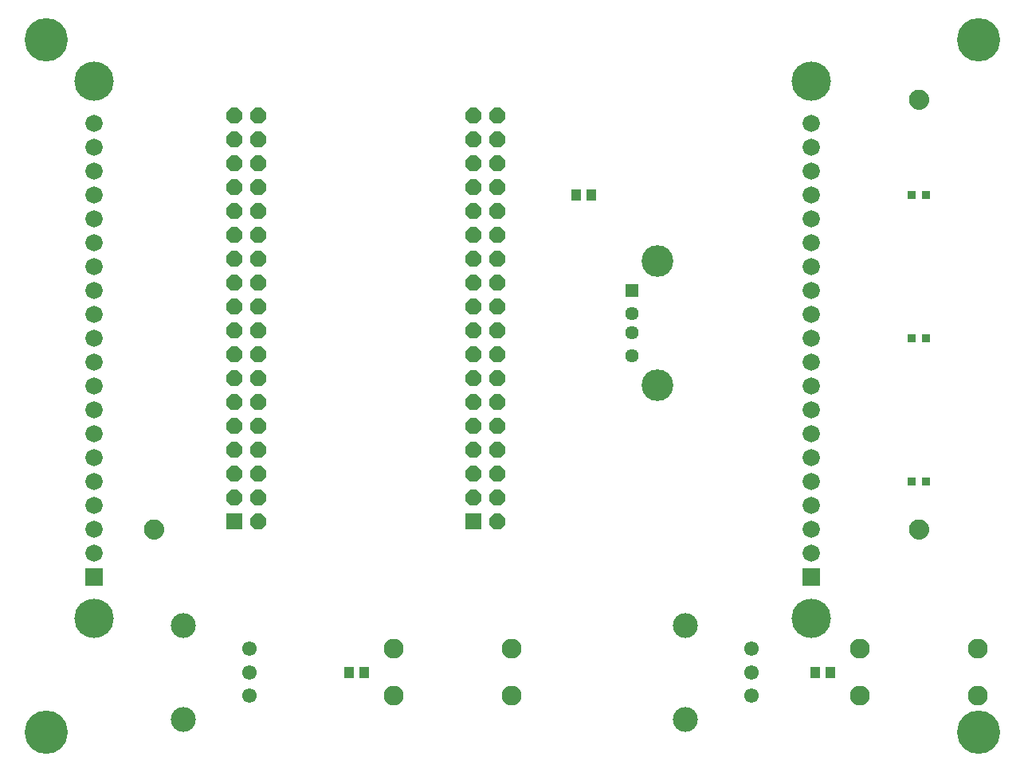
<source format=gbr>
G04 EAGLE Gerber RS-274X export*
G75*
%MOMM*%
%FSLAX34Y34*%
%LPD*%
%INSoldermask Top*%
%IPPOS*%
%AMOC8*
5,1,8,0,0,1.08239X$1,22.5*%
G01*
%ADD10R,0.952400X0.952400*%
%ADD11C,0.609600*%
%ADD12C,1.168400*%
%ADD13R,1.828800X1.828800*%
%ADD14C,1.828800*%
%ADD15C,4.168400*%
%ADD16R,1.440400X1.440400*%
%ADD17C,1.440400*%
%ADD18C,3.372400*%
%ADD19C,4.597400*%
%ADD20C,1.552400*%
%ADD21C,2.652400*%
%ADD22R,1.102359X1.183641*%
%ADD23C,2.112400*%
%ADD24R,1.676400X1.676400*%
%ADD25P,1.814519X8X112.500000*%


D10*
X957700Y609600D03*
X972700Y609600D03*
X957700Y457200D03*
X972700Y457200D03*
X957700Y304800D03*
X972700Y304800D03*
D11*
X144780Y254000D02*
X144782Y254187D01*
X144789Y254374D01*
X144801Y254561D01*
X144817Y254747D01*
X144837Y254933D01*
X144862Y255118D01*
X144892Y255303D01*
X144926Y255487D01*
X144965Y255670D01*
X145008Y255852D01*
X145056Y256032D01*
X145108Y256212D01*
X145165Y256390D01*
X145225Y256567D01*
X145291Y256742D01*
X145360Y256916D01*
X145434Y257088D01*
X145512Y257258D01*
X145594Y257426D01*
X145680Y257592D01*
X145770Y257756D01*
X145864Y257917D01*
X145962Y258077D01*
X146064Y258233D01*
X146170Y258388D01*
X146280Y258539D01*
X146393Y258688D01*
X146510Y258834D01*
X146630Y258977D01*
X146754Y259117D01*
X146881Y259254D01*
X147012Y259388D01*
X147146Y259519D01*
X147283Y259646D01*
X147423Y259770D01*
X147566Y259890D01*
X147712Y260007D01*
X147861Y260120D01*
X148012Y260230D01*
X148167Y260336D01*
X148323Y260438D01*
X148483Y260536D01*
X148644Y260630D01*
X148808Y260720D01*
X148974Y260806D01*
X149142Y260888D01*
X149312Y260966D01*
X149484Y261040D01*
X149658Y261109D01*
X149833Y261175D01*
X150010Y261235D01*
X150188Y261292D01*
X150368Y261344D01*
X150548Y261392D01*
X150730Y261435D01*
X150913Y261474D01*
X151097Y261508D01*
X151282Y261538D01*
X151467Y261563D01*
X151653Y261583D01*
X151839Y261599D01*
X152026Y261611D01*
X152213Y261618D01*
X152400Y261620D01*
X152587Y261618D01*
X152774Y261611D01*
X152961Y261599D01*
X153147Y261583D01*
X153333Y261563D01*
X153518Y261538D01*
X153703Y261508D01*
X153887Y261474D01*
X154070Y261435D01*
X154252Y261392D01*
X154432Y261344D01*
X154612Y261292D01*
X154790Y261235D01*
X154967Y261175D01*
X155142Y261109D01*
X155316Y261040D01*
X155488Y260966D01*
X155658Y260888D01*
X155826Y260806D01*
X155992Y260720D01*
X156156Y260630D01*
X156317Y260536D01*
X156477Y260438D01*
X156633Y260336D01*
X156788Y260230D01*
X156939Y260120D01*
X157088Y260007D01*
X157234Y259890D01*
X157377Y259770D01*
X157517Y259646D01*
X157654Y259519D01*
X157788Y259388D01*
X157919Y259254D01*
X158046Y259117D01*
X158170Y258977D01*
X158290Y258834D01*
X158407Y258688D01*
X158520Y258539D01*
X158630Y258388D01*
X158736Y258233D01*
X158838Y258077D01*
X158936Y257917D01*
X159030Y257756D01*
X159120Y257592D01*
X159206Y257426D01*
X159288Y257258D01*
X159366Y257088D01*
X159440Y256916D01*
X159509Y256742D01*
X159575Y256567D01*
X159635Y256390D01*
X159692Y256212D01*
X159744Y256032D01*
X159792Y255852D01*
X159835Y255670D01*
X159874Y255487D01*
X159908Y255303D01*
X159938Y255118D01*
X159963Y254933D01*
X159983Y254747D01*
X159999Y254561D01*
X160011Y254374D01*
X160018Y254187D01*
X160020Y254000D01*
X160018Y253813D01*
X160011Y253626D01*
X159999Y253439D01*
X159983Y253253D01*
X159963Y253067D01*
X159938Y252882D01*
X159908Y252697D01*
X159874Y252513D01*
X159835Y252330D01*
X159792Y252148D01*
X159744Y251968D01*
X159692Y251788D01*
X159635Y251610D01*
X159575Y251433D01*
X159509Y251258D01*
X159440Y251084D01*
X159366Y250912D01*
X159288Y250742D01*
X159206Y250574D01*
X159120Y250408D01*
X159030Y250244D01*
X158936Y250083D01*
X158838Y249923D01*
X158736Y249767D01*
X158630Y249612D01*
X158520Y249461D01*
X158407Y249312D01*
X158290Y249166D01*
X158170Y249023D01*
X158046Y248883D01*
X157919Y248746D01*
X157788Y248612D01*
X157654Y248481D01*
X157517Y248354D01*
X157377Y248230D01*
X157234Y248110D01*
X157088Y247993D01*
X156939Y247880D01*
X156788Y247770D01*
X156633Y247664D01*
X156477Y247562D01*
X156317Y247464D01*
X156156Y247370D01*
X155992Y247280D01*
X155826Y247194D01*
X155658Y247112D01*
X155488Y247034D01*
X155316Y246960D01*
X155142Y246891D01*
X154967Y246825D01*
X154790Y246765D01*
X154612Y246708D01*
X154432Y246656D01*
X154252Y246608D01*
X154070Y246565D01*
X153887Y246526D01*
X153703Y246492D01*
X153518Y246462D01*
X153333Y246437D01*
X153147Y246417D01*
X152961Y246401D01*
X152774Y246389D01*
X152587Y246382D01*
X152400Y246380D01*
X152213Y246382D01*
X152026Y246389D01*
X151839Y246401D01*
X151653Y246417D01*
X151467Y246437D01*
X151282Y246462D01*
X151097Y246492D01*
X150913Y246526D01*
X150730Y246565D01*
X150548Y246608D01*
X150368Y246656D01*
X150188Y246708D01*
X150010Y246765D01*
X149833Y246825D01*
X149658Y246891D01*
X149484Y246960D01*
X149312Y247034D01*
X149142Y247112D01*
X148974Y247194D01*
X148808Y247280D01*
X148644Y247370D01*
X148483Y247464D01*
X148323Y247562D01*
X148167Y247664D01*
X148012Y247770D01*
X147861Y247880D01*
X147712Y247993D01*
X147566Y248110D01*
X147423Y248230D01*
X147283Y248354D01*
X147146Y248481D01*
X147012Y248612D01*
X146881Y248746D01*
X146754Y248883D01*
X146630Y249023D01*
X146510Y249166D01*
X146393Y249312D01*
X146280Y249461D01*
X146170Y249612D01*
X146064Y249767D01*
X145962Y249923D01*
X145864Y250083D01*
X145770Y250244D01*
X145680Y250408D01*
X145594Y250574D01*
X145512Y250742D01*
X145434Y250912D01*
X145360Y251084D01*
X145291Y251258D01*
X145225Y251433D01*
X145165Y251610D01*
X145108Y251788D01*
X145056Y251968D01*
X145008Y252148D01*
X144965Y252330D01*
X144926Y252513D01*
X144892Y252697D01*
X144862Y252882D01*
X144837Y253067D01*
X144817Y253253D01*
X144801Y253439D01*
X144789Y253626D01*
X144782Y253813D01*
X144780Y254000D01*
D12*
X152400Y254000D03*
D11*
X957580Y711200D02*
X957582Y711387D01*
X957589Y711574D01*
X957601Y711761D01*
X957617Y711947D01*
X957637Y712133D01*
X957662Y712318D01*
X957692Y712503D01*
X957726Y712687D01*
X957765Y712870D01*
X957808Y713052D01*
X957856Y713232D01*
X957908Y713412D01*
X957965Y713590D01*
X958025Y713767D01*
X958091Y713942D01*
X958160Y714116D01*
X958234Y714288D01*
X958312Y714458D01*
X958394Y714626D01*
X958480Y714792D01*
X958570Y714956D01*
X958664Y715117D01*
X958762Y715277D01*
X958864Y715433D01*
X958970Y715588D01*
X959080Y715739D01*
X959193Y715888D01*
X959310Y716034D01*
X959430Y716177D01*
X959554Y716317D01*
X959681Y716454D01*
X959812Y716588D01*
X959946Y716719D01*
X960083Y716846D01*
X960223Y716970D01*
X960366Y717090D01*
X960512Y717207D01*
X960661Y717320D01*
X960812Y717430D01*
X960967Y717536D01*
X961123Y717638D01*
X961283Y717736D01*
X961444Y717830D01*
X961608Y717920D01*
X961774Y718006D01*
X961942Y718088D01*
X962112Y718166D01*
X962284Y718240D01*
X962458Y718309D01*
X962633Y718375D01*
X962810Y718435D01*
X962988Y718492D01*
X963168Y718544D01*
X963348Y718592D01*
X963530Y718635D01*
X963713Y718674D01*
X963897Y718708D01*
X964082Y718738D01*
X964267Y718763D01*
X964453Y718783D01*
X964639Y718799D01*
X964826Y718811D01*
X965013Y718818D01*
X965200Y718820D01*
X965387Y718818D01*
X965574Y718811D01*
X965761Y718799D01*
X965947Y718783D01*
X966133Y718763D01*
X966318Y718738D01*
X966503Y718708D01*
X966687Y718674D01*
X966870Y718635D01*
X967052Y718592D01*
X967232Y718544D01*
X967412Y718492D01*
X967590Y718435D01*
X967767Y718375D01*
X967942Y718309D01*
X968116Y718240D01*
X968288Y718166D01*
X968458Y718088D01*
X968626Y718006D01*
X968792Y717920D01*
X968956Y717830D01*
X969117Y717736D01*
X969277Y717638D01*
X969433Y717536D01*
X969588Y717430D01*
X969739Y717320D01*
X969888Y717207D01*
X970034Y717090D01*
X970177Y716970D01*
X970317Y716846D01*
X970454Y716719D01*
X970588Y716588D01*
X970719Y716454D01*
X970846Y716317D01*
X970970Y716177D01*
X971090Y716034D01*
X971207Y715888D01*
X971320Y715739D01*
X971430Y715588D01*
X971536Y715433D01*
X971638Y715277D01*
X971736Y715117D01*
X971830Y714956D01*
X971920Y714792D01*
X972006Y714626D01*
X972088Y714458D01*
X972166Y714288D01*
X972240Y714116D01*
X972309Y713942D01*
X972375Y713767D01*
X972435Y713590D01*
X972492Y713412D01*
X972544Y713232D01*
X972592Y713052D01*
X972635Y712870D01*
X972674Y712687D01*
X972708Y712503D01*
X972738Y712318D01*
X972763Y712133D01*
X972783Y711947D01*
X972799Y711761D01*
X972811Y711574D01*
X972818Y711387D01*
X972820Y711200D01*
X972818Y711013D01*
X972811Y710826D01*
X972799Y710639D01*
X972783Y710453D01*
X972763Y710267D01*
X972738Y710082D01*
X972708Y709897D01*
X972674Y709713D01*
X972635Y709530D01*
X972592Y709348D01*
X972544Y709168D01*
X972492Y708988D01*
X972435Y708810D01*
X972375Y708633D01*
X972309Y708458D01*
X972240Y708284D01*
X972166Y708112D01*
X972088Y707942D01*
X972006Y707774D01*
X971920Y707608D01*
X971830Y707444D01*
X971736Y707283D01*
X971638Y707123D01*
X971536Y706967D01*
X971430Y706812D01*
X971320Y706661D01*
X971207Y706512D01*
X971090Y706366D01*
X970970Y706223D01*
X970846Y706083D01*
X970719Y705946D01*
X970588Y705812D01*
X970454Y705681D01*
X970317Y705554D01*
X970177Y705430D01*
X970034Y705310D01*
X969888Y705193D01*
X969739Y705080D01*
X969588Y704970D01*
X969433Y704864D01*
X969277Y704762D01*
X969117Y704664D01*
X968956Y704570D01*
X968792Y704480D01*
X968626Y704394D01*
X968458Y704312D01*
X968288Y704234D01*
X968116Y704160D01*
X967942Y704091D01*
X967767Y704025D01*
X967590Y703965D01*
X967412Y703908D01*
X967232Y703856D01*
X967052Y703808D01*
X966870Y703765D01*
X966687Y703726D01*
X966503Y703692D01*
X966318Y703662D01*
X966133Y703637D01*
X965947Y703617D01*
X965761Y703601D01*
X965574Y703589D01*
X965387Y703582D01*
X965200Y703580D01*
X965013Y703582D01*
X964826Y703589D01*
X964639Y703601D01*
X964453Y703617D01*
X964267Y703637D01*
X964082Y703662D01*
X963897Y703692D01*
X963713Y703726D01*
X963530Y703765D01*
X963348Y703808D01*
X963168Y703856D01*
X962988Y703908D01*
X962810Y703965D01*
X962633Y704025D01*
X962458Y704091D01*
X962284Y704160D01*
X962112Y704234D01*
X961942Y704312D01*
X961774Y704394D01*
X961608Y704480D01*
X961444Y704570D01*
X961283Y704664D01*
X961123Y704762D01*
X960967Y704864D01*
X960812Y704970D01*
X960661Y705080D01*
X960512Y705193D01*
X960366Y705310D01*
X960223Y705430D01*
X960083Y705554D01*
X959946Y705681D01*
X959812Y705812D01*
X959681Y705946D01*
X959554Y706083D01*
X959430Y706223D01*
X959310Y706366D01*
X959193Y706512D01*
X959080Y706661D01*
X958970Y706812D01*
X958864Y706967D01*
X958762Y707123D01*
X958664Y707283D01*
X958570Y707444D01*
X958480Y707608D01*
X958394Y707774D01*
X958312Y707942D01*
X958234Y708112D01*
X958160Y708284D01*
X958091Y708458D01*
X958025Y708633D01*
X957965Y708810D01*
X957908Y708988D01*
X957856Y709168D01*
X957808Y709348D01*
X957765Y709530D01*
X957726Y709713D01*
X957692Y709897D01*
X957662Y710082D01*
X957637Y710267D01*
X957617Y710453D01*
X957601Y710639D01*
X957589Y710826D01*
X957582Y711013D01*
X957580Y711200D01*
D12*
X965200Y711200D03*
D11*
X957580Y254000D02*
X957582Y254187D01*
X957589Y254374D01*
X957601Y254561D01*
X957617Y254747D01*
X957637Y254933D01*
X957662Y255118D01*
X957692Y255303D01*
X957726Y255487D01*
X957765Y255670D01*
X957808Y255852D01*
X957856Y256032D01*
X957908Y256212D01*
X957965Y256390D01*
X958025Y256567D01*
X958091Y256742D01*
X958160Y256916D01*
X958234Y257088D01*
X958312Y257258D01*
X958394Y257426D01*
X958480Y257592D01*
X958570Y257756D01*
X958664Y257917D01*
X958762Y258077D01*
X958864Y258233D01*
X958970Y258388D01*
X959080Y258539D01*
X959193Y258688D01*
X959310Y258834D01*
X959430Y258977D01*
X959554Y259117D01*
X959681Y259254D01*
X959812Y259388D01*
X959946Y259519D01*
X960083Y259646D01*
X960223Y259770D01*
X960366Y259890D01*
X960512Y260007D01*
X960661Y260120D01*
X960812Y260230D01*
X960967Y260336D01*
X961123Y260438D01*
X961283Y260536D01*
X961444Y260630D01*
X961608Y260720D01*
X961774Y260806D01*
X961942Y260888D01*
X962112Y260966D01*
X962284Y261040D01*
X962458Y261109D01*
X962633Y261175D01*
X962810Y261235D01*
X962988Y261292D01*
X963168Y261344D01*
X963348Y261392D01*
X963530Y261435D01*
X963713Y261474D01*
X963897Y261508D01*
X964082Y261538D01*
X964267Y261563D01*
X964453Y261583D01*
X964639Y261599D01*
X964826Y261611D01*
X965013Y261618D01*
X965200Y261620D01*
X965387Y261618D01*
X965574Y261611D01*
X965761Y261599D01*
X965947Y261583D01*
X966133Y261563D01*
X966318Y261538D01*
X966503Y261508D01*
X966687Y261474D01*
X966870Y261435D01*
X967052Y261392D01*
X967232Y261344D01*
X967412Y261292D01*
X967590Y261235D01*
X967767Y261175D01*
X967942Y261109D01*
X968116Y261040D01*
X968288Y260966D01*
X968458Y260888D01*
X968626Y260806D01*
X968792Y260720D01*
X968956Y260630D01*
X969117Y260536D01*
X969277Y260438D01*
X969433Y260336D01*
X969588Y260230D01*
X969739Y260120D01*
X969888Y260007D01*
X970034Y259890D01*
X970177Y259770D01*
X970317Y259646D01*
X970454Y259519D01*
X970588Y259388D01*
X970719Y259254D01*
X970846Y259117D01*
X970970Y258977D01*
X971090Y258834D01*
X971207Y258688D01*
X971320Y258539D01*
X971430Y258388D01*
X971536Y258233D01*
X971638Y258077D01*
X971736Y257917D01*
X971830Y257756D01*
X971920Y257592D01*
X972006Y257426D01*
X972088Y257258D01*
X972166Y257088D01*
X972240Y256916D01*
X972309Y256742D01*
X972375Y256567D01*
X972435Y256390D01*
X972492Y256212D01*
X972544Y256032D01*
X972592Y255852D01*
X972635Y255670D01*
X972674Y255487D01*
X972708Y255303D01*
X972738Y255118D01*
X972763Y254933D01*
X972783Y254747D01*
X972799Y254561D01*
X972811Y254374D01*
X972818Y254187D01*
X972820Y254000D01*
X972818Y253813D01*
X972811Y253626D01*
X972799Y253439D01*
X972783Y253253D01*
X972763Y253067D01*
X972738Y252882D01*
X972708Y252697D01*
X972674Y252513D01*
X972635Y252330D01*
X972592Y252148D01*
X972544Y251968D01*
X972492Y251788D01*
X972435Y251610D01*
X972375Y251433D01*
X972309Y251258D01*
X972240Y251084D01*
X972166Y250912D01*
X972088Y250742D01*
X972006Y250574D01*
X971920Y250408D01*
X971830Y250244D01*
X971736Y250083D01*
X971638Y249923D01*
X971536Y249767D01*
X971430Y249612D01*
X971320Y249461D01*
X971207Y249312D01*
X971090Y249166D01*
X970970Y249023D01*
X970846Y248883D01*
X970719Y248746D01*
X970588Y248612D01*
X970454Y248481D01*
X970317Y248354D01*
X970177Y248230D01*
X970034Y248110D01*
X969888Y247993D01*
X969739Y247880D01*
X969588Y247770D01*
X969433Y247664D01*
X969277Y247562D01*
X969117Y247464D01*
X968956Y247370D01*
X968792Y247280D01*
X968626Y247194D01*
X968458Y247112D01*
X968288Y247034D01*
X968116Y246960D01*
X967942Y246891D01*
X967767Y246825D01*
X967590Y246765D01*
X967412Y246708D01*
X967232Y246656D01*
X967052Y246608D01*
X966870Y246565D01*
X966687Y246526D01*
X966503Y246492D01*
X966318Y246462D01*
X966133Y246437D01*
X965947Y246417D01*
X965761Y246401D01*
X965574Y246389D01*
X965387Y246382D01*
X965200Y246380D01*
X965013Y246382D01*
X964826Y246389D01*
X964639Y246401D01*
X964453Y246417D01*
X964267Y246437D01*
X964082Y246462D01*
X963897Y246492D01*
X963713Y246526D01*
X963530Y246565D01*
X963348Y246608D01*
X963168Y246656D01*
X962988Y246708D01*
X962810Y246765D01*
X962633Y246825D01*
X962458Y246891D01*
X962284Y246960D01*
X962112Y247034D01*
X961942Y247112D01*
X961774Y247194D01*
X961608Y247280D01*
X961444Y247370D01*
X961283Y247464D01*
X961123Y247562D01*
X960967Y247664D01*
X960812Y247770D01*
X960661Y247880D01*
X960512Y247993D01*
X960366Y248110D01*
X960223Y248230D01*
X960083Y248354D01*
X959946Y248481D01*
X959812Y248612D01*
X959681Y248746D01*
X959554Y248883D01*
X959430Y249023D01*
X959310Y249166D01*
X959193Y249312D01*
X959080Y249461D01*
X958970Y249612D01*
X958864Y249767D01*
X958762Y249923D01*
X958664Y250083D01*
X958570Y250244D01*
X958480Y250408D01*
X958394Y250574D01*
X958312Y250742D01*
X958234Y250912D01*
X958160Y251084D01*
X958091Y251258D01*
X958025Y251433D01*
X957965Y251610D01*
X957908Y251788D01*
X957856Y251968D01*
X957808Y252148D01*
X957765Y252330D01*
X957726Y252513D01*
X957692Y252697D01*
X957662Y252882D01*
X957637Y253067D01*
X957617Y253253D01*
X957601Y253439D01*
X957589Y253626D01*
X957582Y253813D01*
X957580Y254000D01*
D12*
X965200Y254000D03*
D13*
X88900Y203200D03*
D14*
X88900Y228600D03*
X88900Y254000D03*
X88900Y279400D03*
X88900Y304800D03*
X88900Y330200D03*
X88900Y355600D03*
X88900Y381000D03*
X88900Y406400D03*
X88900Y431800D03*
X88900Y457200D03*
X88900Y482600D03*
X88900Y508000D03*
X88900Y533400D03*
X88900Y558800D03*
X88900Y584200D03*
X88900Y609600D03*
X88900Y635000D03*
X88900Y660400D03*
X88900Y685800D03*
D13*
X850900Y203200D03*
D14*
X850900Y228600D03*
X850900Y254000D03*
X850900Y279400D03*
X850900Y304800D03*
X850900Y330200D03*
X850900Y355600D03*
X850900Y381000D03*
X850900Y406400D03*
X850900Y431800D03*
X850900Y457200D03*
X850900Y482600D03*
X850900Y508000D03*
X850900Y533400D03*
X850900Y558800D03*
X850900Y584200D03*
X850900Y609600D03*
X850900Y635000D03*
X850900Y660400D03*
X850900Y685800D03*
D15*
X850900Y158750D03*
X850900Y730250D03*
X88900Y158750D03*
X88900Y730250D03*
D16*
X660400Y508000D03*
D17*
X660400Y483000D03*
X660400Y463000D03*
X660400Y438000D03*
D18*
X687500Y538700D03*
X687500Y407300D03*
D19*
X1028700Y774700D03*
X1028700Y38100D03*
X38100Y774700D03*
X38100Y38100D03*
D20*
X254000Y76600D03*
X254000Y101600D03*
X254000Y126600D03*
D21*
X184000Y51600D03*
X184000Y151600D03*
D20*
X787400Y76600D03*
X787400Y101600D03*
X787400Y126600D03*
D21*
X717400Y51600D03*
X717400Y151600D03*
D22*
X360299Y101600D03*
X376301Y101600D03*
X855599Y101600D03*
X871601Y101600D03*
X601599Y609600D03*
X617601Y609600D03*
D23*
X532400Y126600D03*
X532400Y76600D03*
X407400Y76600D03*
X407400Y126600D03*
X1027700Y126600D03*
X1027700Y76600D03*
X902700Y76600D03*
X902700Y126600D03*
D24*
X238500Y262300D03*
D25*
X263900Y262300D03*
X238500Y287700D03*
X263900Y287700D03*
X238500Y313100D03*
X263900Y313100D03*
X238500Y338500D03*
X263900Y338500D03*
X238500Y363900D03*
X263900Y363900D03*
X238500Y389300D03*
X263900Y389300D03*
X238500Y414700D03*
X263900Y414700D03*
X238500Y440100D03*
X263900Y440100D03*
X238500Y465500D03*
X263900Y465500D03*
X238500Y490900D03*
X263900Y490900D03*
X238500Y516300D03*
X263900Y516300D03*
X238500Y541700D03*
X263900Y541700D03*
X238500Y567100D03*
X263900Y567100D03*
X238500Y592500D03*
X263900Y592500D03*
X238500Y617900D03*
X263900Y617900D03*
X238500Y643300D03*
X263900Y643300D03*
X238500Y668700D03*
X263900Y668700D03*
X238500Y694100D03*
X263900Y694100D03*
D24*
X492500Y262300D03*
D25*
X517900Y262300D03*
X492500Y287700D03*
X517900Y287700D03*
X492500Y313100D03*
X517900Y313100D03*
X492500Y338500D03*
X517900Y338500D03*
X492500Y363900D03*
X517900Y363900D03*
X492500Y389300D03*
X517900Y389300D03*
X492500Y414700D03*
X517900Y414700D03*
X492500Y440100D03*
X517900Y440100D03*
X492500Y465500D03*
X517900Y465500D03*
X492500Y490900D03*
X517900Y490900D03*
X492500Y516300D03*
X517900Y516300D03*
X492500Y541700D03*
X517900Y541700D03*
X492500Y567100D03*
X517900Y567100D03*
X492500Y592500D03*
X517900Y592500D03*
X492500Y617900D03*
X517900Y617900D03*
X492500Y643300D03*
X517900Y643300D03*
X492500Y668700D03*
X517900Y668700D03*
X492500Y694100D03*
X517900Y694100D03*
M02*

</source>
